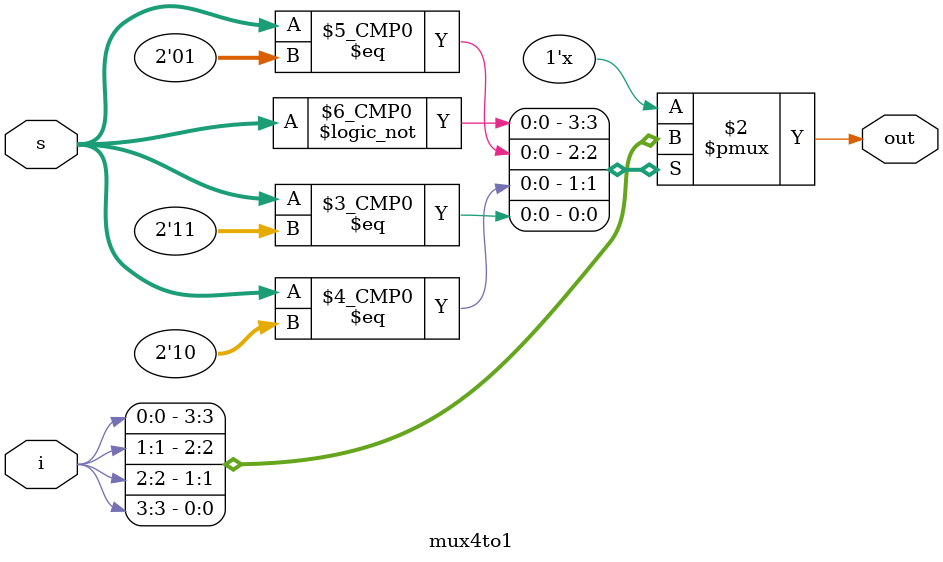
<source format=v>
module mux4to1(
    input [3:0] i,
    input [1:0] s,
    output reg out
    );
    always@(s)
    begin
    case(s)
        2'b00 : out=i[0];
        2'b01 : out=i[1];
        2'b10 : out=i[2];
        2'b11 : out=i[3];
        default : out=1'bz;
        endcase
        end
endmodule

</source>
